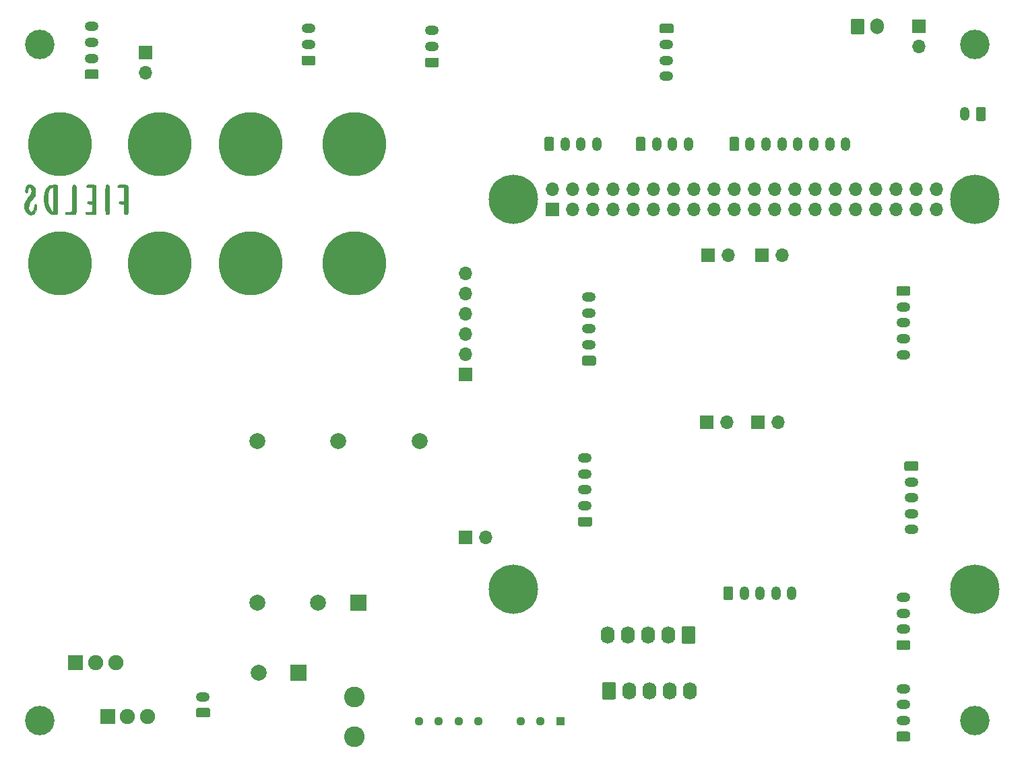
<source format=gbr>
G04 #@! TF.GenerationSoftware,KiCad,Pcbnew,5.1.5-52549c5~86~ubuntu18.04.1*
G04 #@! TF.CreationDate,2020-04-24T23:17:52-07:00*
G04 #@! TF.ProjectId,RPi_Hat,5250695f-4861-4742-9e6b-696361645f70,rev?*
G04 #@! TF.SameCoordinates,Original*
G04 #@! TF.FileFunction,Soldermask,Bot*
G04 #@! TF.FilePolarity,Negative*
%FSLAX46Y46*%
G04 Gerber Fmt 4.6, Leading zero omitted, Abs format (unit mm)*
G04 Created by KiCad (PCBNEW 5.1.5-52549c5~86~ubuntu18.04.1) date 2020-04-24 23:17:52*
%MOMM*%
%LPD*%
G04 APERTURE LIST*
%ADD10C,0.010000*%
%ADD11C,8.000000*%
%ADD12R,2.000000X2.000000*%
%ADD13C,2.000000*%
%ADD14C,2.600000*%
%ADD15O,1.750000X1.200000*%
%ADD16C,0.150000*%
%ADD17C,6.200000*%
%ADD18R,1.700000X1.700000*%
%ADD19O,1.700000X1.700000*%
%ADD20C,3.700000*%
%ADD21O,1.700000X2.000000*%
%ADD22O,1.740000X2.200000*%
%ADD23R,1.130000X1.130000*%
%ADD24C,1.130000*%
%ADD25O,1.200000X1.750000*%
%ADD26R,1.900000X1.900000*%
%ADD27C,1.900000*%
G04 APERTURE END LIST*
D10*
G36*
X51076962Y-62611129D02*
G01*
X51003435Y-62623322D01*
X50941255Y-62649687D01*
X50899510Y-62675386D01*
X50811615Y-62752526D01*
X50745099Y-62856712D01*
X50696989Y-62994776D01*
X50664314Y-63173550D01*
X50657545Y-63231658D01*
X50646074Y-63384552D01*
X50649999Y-63494680D01*
X50671240Y-63568259D01*
X50711714Y-63611503D01*
X50773341Y-63630628D01*
X50780987Y-63631477D01*
X50859594Y-63618103D01*
X50913102Y-63562178D01*
X50939490Y-63466407D01*
X50942000Y-63416098D01*
X50950032Y-63295249D01*
X50971559Y-63176352D01*
X51002734Y-63074812D01*
X51039706Y-63006034D01*
X51046280Y-62998720D01*
X51120460Y-62953343D01*
X51199837Y-62955462D01*
X51279277Y-63002833D01*
X51353650Y-63093211D01*
X51383529Y-63146188D01*
X51409224Y-63230735D01*
X51422332Y-63346066D01*
X51422330Y-63473617D01*
X51408696Y-63594825D01*
X51397540Y-63643928D01*
X51362182Y-63726863D01*
X51294412Y-63841922D01*
X51197179Y-63984761D01*
X51073432Y-64151033D01*
X50934426Y-64326217D01*
X50849802Y-64437277D01*
X50767141Y-64558062D01*
X50699153Y-64669509D01*
X50674572Y-64715900D01*
X50597463Y-64917147D01*
X50554884Y-65128783D01*
X50544893Y-65344028D01*
X50565546Y-65556105D01*
X50614899Y-65758234D01*
X50691010Y-65943637D01*
X50791935Y-66105535D01*
X50915731Y-66237151D01*
X51060455Y-66331706D01*
X51147398Y-66365199D01*
X51284213Y-66396393D01*
X51403668Y-66398787D01*
X51530187Y-66372476D01*
X51549052Y-66366757D01*
X51683932Y-66298949D01*
X51802768Y-66187946D01*
X51902561Y-66039653D01*
X51980310Y-65859973D01*
X52033017Y-65654808D01*
X52057682Y-65430061D01*
X52059159Y-65362901D01*
X52050848Y-65232062D01*
X52023583Y-65145335D01*
X51975104Y-65098854D01*
X51903148Y-65088751D01*
X51898990Y-65089122D01*
X51831089Y-65111616D01*
X51786271Y-65166977D01*
X51761872Y-65260589D01*
X51755175Y-65379974D01*
X51741795Y-65546200D01*
X51705184Y-65700569D01*
X51649417Y-65835546D01*
X51578568Y-65943593D01*
X51496713Y-66017173D01*
X51407925Y-66048749D01*
X51393277Y-66049400D01*
X51289379Y-66026871D01*
X51202756Y-65958358D01*
X51131726Y-65842470D01*
X51125293Y-65827937D01*
X51071218Y-65643523D01*
X51054741Y-65439524D01*
X51074953Y-65229490D01*
X51130945Y-65026969D01*
X51187359Y-64903447D01*
X51229350Y-64837560D01*
X51296877Y-64744437D01*
X51381757Y-64634839D01*
X51475808Y-64519526D01*
X51510368Y-64478649D01*
X51630642Y-64331666D01*
X51732407Y-64194970D01*
X51808867Y-64078028D01*
X51841629Y-64017400D01*
X51875799Y-63941981D01*
X51898216Y-63878553D01*
X51911293Y-63812858D01*
X51917445Y-63730636D01*
X51919084Y-63617628D01*
X51919016Y-63560200D01*
X51911214Y-63365115D01*
X51886462Y-63206929D01*
X51840763Y-63073416D01*
X51770120Y-62952355D01*
X51686444Y-62848963D01*
X51569029Y-62734050D01*
X51454902Y-62660141D01*
X51329949Y-62620515D01*
X51181446Y-62608454D01*
X51076962Y-62611129D01*
G37*
X51076962Y-62611129D02*
X51003435Y-62623322D01*
X50941255Y-62649687D01*
X50899510Y-62675386D01*
X50811615Y-62752526D01*
X50745099Y-62856712D01*
X50696989Y-62994776D01*
X50664314Y-63173550D01*
X50657545Y-63231658D01*
X50646074Y-63384552D01*
X50649999Y-63494680D01*
X50671240Y-63568259D01*
X50711714Y-63611503D01*
X50773341Y-63630628D01*
X50780987Y-63631477D01*
X50859594Y-63618103D01*
X50913102Y-63562178D01*
X50939490Y-63466407D01*
X50942000Y-63416098D01*
X50950032Y-63295249D01*
X50971559Y-63176352D01*
X51002734Y-63074812D01*
X51039706Y-63006034D01*
X51046280Y-62998720D01*
X51120460Y-62953343D01*
X51199837Y-62955462D01*
X51279277Y-63002833D01*
X51353650Y-63093211D01*
X51383529Y-63146188D01*
X51409224Y-63230735D01*
X51422332Y-63346066D01*
X51422330Y-63473617D01*
X51408696Y-63594825D01*
X51397540Y-63643928D01*
X51362182Y-63726863D01*
X51294412Y-63841922D01*
X51197179Y-63984761D01*
X51073432Y-64151033D01*
X50934426Y-64326217D01*
X50849802Y-64437277D01*
X50767141Y-64558062D01*
X50699153Y-64669509D01*
X50674572Y-64715900D01*
X50597463Y-64917147D01*
X50554884Y-65128783D01*
X50544893Y-65344028D01*
X50565546Y-65556105D01*
X50614899Y-65758234D01*
X50691010Y-65943637D01*
X50791935Y-66105535D01*
X50915731Y-66237151D01*
X51060455Y-66331706D01*
X51147398Y-66365199D01*
X51284213Y-66396393D01*
X51403668Y-66398787D01*
X51530187Y-66372476D01*
X51549052Y-66366757D01*
X51683932Y-66298949D01*
X51802768Y-66187946D01*
X51902561Y-66039653D01*
X51980310Y-65859973D01*
X52033017Y-65654808D01*
X52057682Y-65430061D01*
X52059159Y-65362901D01*
X52050848Y-65232062D01*
X52023583Y-65145335D01*
X51975104Y-65098854D01*
X51903148Y-65088751D01*
X51898990Y-65089122D01*
X51831089Y-65111616D01*
X51786271Y-65166977D01*
X51761872Y-65260589D01*
X51755175Y-65379974D01*
X51741795Y-65546200D01*
X51705184Y-65700569D01*
X51649417Y-65835546D01*
X51578568Y-65943593D01*
X51496713Y-66017173D01*
X51407925Y-66048749D01*
X51393277Y-66049400D01*
X51289379Y-66026871D01*
X51202756Y-65958358D01*
X51131726Y-65842470D01*
X51125293Y-65827937D01*
X51071218Y-65643523D01*
X51054741Y-65439524D01*
X51074953Y-65229490D01*
X51130945Y-65026969D01*
X51187359Y-64903447D01*
X51229350Y-64837560D01*
X51296877Y-64744437D01*
X51381757Y-64634839D01*
X51475808Y-64519526D01*
X51510368Y-64478649D01*
X51630642Y-64331666D01*
X51732407Y-64194970D01*
X51808867Y-64078028D01*
X51841629Y-64017400D01*
X51875799Y-63941981D01*
X51898216Y-63878553D01*
X51911293Y-63812858D01*
X51917445Y-63730636D01*
X51919084Y-63617628D01*
X51919016Y-63560200D01*
X51911214Y-63365115D01*
X51886462Y-63206929D01*
X51840763Y-63073416D01*
X51770120Y-62952355D01*
X51686444Y-62848963D01*
X51569029Y-62734050D01*
X51454902Y-62660141D01*
X51329949Y-62620515D01*
X51181446Y-62608454D01*
X51076962Y-62611129D01*
G36*
X62695563Y-62646385D02*
G01*
X62557570Y-62647618D01*
X62456842Y-62650416D01*
X62386614Y-62655306D01*
X62340120Y-62662816D01*
X62310593Y-62673474D01*
X62291269Y-62687808D01*
X62287037Y-62692250D01*
X62255645Y-62753407D01*
X62246229Y-62828690D01*
X62259638Y-62895367D01*
X62278479Y-62921364D01*
X62317097Y-62932875D01*
X62398868Y-62942907D01*
X62516153Y-62950793D01*
X62661310Y-62955868D01*
X62678529Y-62956224D01*
X63045100Y-62963300D01*
X63051780Y-63845950D01*
X63058459Y-64728600D01*
X62766615Y-64728600D01*
X62640646Y-64729141D01*
X62555579Y-64731974D01*
X62501519Y-64738913D01*
X62468572Y-64751772D01*
X62446842Y-64772366D01*
X62434927Y-64789410D01*
X62409472Y-64864671D01*
X62419531Y-64941554D01*
X62461471Y-65000104D01*
X62474852Y-65008669D01*
X62518707Y-65018998D01*
X62600309Y-65027210D01*
X62706616Y-65032276D01*
X62788148Y-65033400D01*
X63055234Y-65033400D01*
X63062867Y-65640386D01*
X63065793Y-65849123D01*
X63069937Y-66012596D01*
X63077145Y-66136337D01*
X63089266Y-66225878D01*
X63108144Y-66286750D01*
X63135629Y-66324486D01*
X63173566Y-66344617D01*
X63223803Y-66352676D01*
X63288187Y-66354194D01*
X63301194Y-66354200D01*
X63385691Y-66350252D01*
X63438581Y-66333895D01*
X63478742Y-66298356D01*
X63487757Y-66287274D01*
X63498101Y-66273248D01*
X63506993Y-66256935D01*
X63514543Y-66234621D01*
X63520860Y-66202594D01*
X63526054Y-66157142D01*
X63530235Y-66094550D01*
X63533514Y-66011106D01*
X63535998Y-65903097D01*
X63537800Y-65766810D01*
X63539028Y-65598532D01*
X63539792Y-65394550D01*
X63540202Y-65151151D01*
X63540369Y-64864622D01*
X63540400Y-64531250D01*
X63540400Y-64507604D01*
X63540321Y-64163085D01*
X63539970Y-63865756D01*
X63539178Y-63612006D01*
X63537776Y-63398226D01*
X63535595Y-63220806D01*
X63532465Y-63076134D01*
X63528218Y-62960602D01*
X63522683Y-62870599D01*
X63515693Y-62802515D01*
X63507077Y-62752740D01*
X63496667Y-62717664D01*
X63484293Y-62693676D01*
X63469786Y-62677167D01*
X63454048Y-62665238D01*
X63421363Y-62659722D01*
X63345702Y-62654817D01*
X63234888Y-62650780D01*
X63096744Y-62647872D01*
X62939092Y-62646349D01*
X62877587Y-62646188D01*
X62695563Y-62646385D01*
G37*
X62695563Y-62646385D02*
X62557570Y-62647618D01*
X62456842Y-62650416D01*
X62386614Y-62655306D01*
X62340120Y-62662816D01*
X62310593Y-62673474D01*
X62291269Y-62687808D01*
X62287037Y-62692250D01*
X62255645Y-62753407D01*
X62246229Y-62828690D01*
X62259638Y-62895367D01*
X62278479Y-62921364D01*
X62317097Y-62932875D01*
X62398868Y-62942907D01*
X62516153Y-62950793D01*
X62661310Y-62955868D01*
X62678529Y-62956224D01*
X63045100Y-62963300D01*
X63051780Y-63845950D01*
X63058459Y-64728600D01*
X62766615Y-64728600D01*
X62640646Y-64729141D01*
X62555579Y-64731974D01*
X62501519Y-64738913D01*
X62468572Y-64751772D01*
X62446842Y-64772366D01*
X62434927Y-64789410D01*
X62409472Y-64864671D01*
X62419531Y-64941554D01*
X62461471Y-65000104D01*
X62474852Y-65008669D01*
X62518707Y-65018998D01*
X62600309Y-65027210D01*
X62706616Y-65032276D01*
X62788148Y-65033400D01*
X63055234Y-65033400D01*
X63062867Y-65640386D01*
X63065793Y-65849123D01*
X63069937Y-66012596D01*
X63077145Y-66136337D01*
X63089266Y-66225878D01*
X63108144Y-66286750D01*
X63135629Y-66324486D01*
X63173566Y-66344617D01*
X63223803Y-66352676D01*
X63288187Y-66354194D01*
X63301194Y-66354200D01*
X63385691Y-66350252D01*
X63438581Y-66333895D01*
X63478742Y-66298356D01*
X63487757Y-66287274D01*
X63498101Y-66273248D01*
X63506993Y-66256935D01*
X63514543Y-66234621D01*
X63520860Y-66202594D01*
X63526054Y-66157142D01*
X63530235Y-66094550D01*
X63533514Y-66011106D01*
X63535998Y-65903097D01*
X63537800Y-65766810D01*
X63539028Y-65598532D01*
X63539792Y-65394550D01*
X63540202Y-65151151D01*
X63540369Y-64864622D01*
X63540400Y-64531250D01*
X63540400Y-64507604D01*
X63540321Y-64163085D01*
X63539970Y-63865756D01*
X63539178Y-63612006D01*
X63537776Y-63398226D01*
X63535595Y-63220806D01*
X63532465Y-63076134D01*
X63528218Y-62960602D01*
X63522683Y-62870599D01*
X63515693Y-62802515D01*
X63507077Y-62752740D01*
X63496667Y-62717664D01*
X63484293Y-62693676D01*
X63469786Y-62677167D01*
X63454048Y-62665238D01*
X63421363Y-62659722D01*
X63345702Y-62654817D01*
X63234888Y-62650780D01*
X63096744Y-62647872D01*
X62939092Y-62646349D01*
X62877587Y-62646188D01*
X62695563Y-62646385D01*
G36*
X60832129Y-62644707D02*
G01*
X60806033Y-62652925D01*
X60784336Y-62671103D01*
X60766637Y-62702640D01*
X60752532Y-62750938D01*
X60741620Y-62819397D01*
X60733499Y-62911417D01*
X60727767Y-63030400D01*
X60724020Y-63179746D01*
X60721857Y-63362855D01*
X60720876Y-63583129D01*
X60720674Y-63843968D01*
X60720850Y-64148772D01*
X60721000Y-64500942D01*
X60721000Y-64504413D01*
X60720837Y-64856264D01*
X60720623Y-65160724D01*
X60720771Y-65421197D01*
X60721693Y-65641089D01*
X60723802Y-65823807D01*
X60727512Y-65972755D01*
X60733236Y-66091340D01*
X60741385Y-66182967D01*
X60752374Y-66251043D01*
X60766615Y-66298972D01*
X60784520Y-66330161D01*
X60806503Y-66348016D01*
X60832977Y-66355941D01*
X60864354Y-66357344D01*
X60901047Y-66355629D01*
X60943470Y-66354202D01*
X60945251Y-66354200D01*
X61041152Y-66347073D01*
X61104054Y-66322686D01*
X61127400Y-66303400D01*
X61137279Y-66292422D01*
X61145786Y-66278262D01*
X61153024Y-66257285D01*
X61159097Y-66225857D01*
X61164105Y-66180344D01*
X61168152Y-66117112D01*
X61171340Y-66032526D01*
X61173771Y-65922953D01*
X61175548Y-65784757D01*
X61176773Y-65614306D01*
X61177548Y-65407964D01*
X61177976Y-65162098D01*
X61178160Y-64873073D01*
X61178200Y-64537255D01*
X61178200Y-64500000D01*
X61178169Y-64159174D01*
X61178005Y-63865514D01*
X61177607Y-63615386D01*
X61176872Y-63405155D01*
X61175698Y-63231188D01*
X61173982Y-63089850D01*
X61171623Y-62977506D01*
X61168517Y-62890523D01*
X61164563Y-62825267D01*
X61159658Y-62778103D01*
X61153699Y-62745397D01*
X61146585Y-62723515D01*
X61138213Y-62708822D01*
X61128480Y-62697685D01*
X61127400Y-62696600D01*
X61076770Y-62663083D01*
X61002401Y-62647923D01*
X60940837Y-62645800D01*
X60899129Y-62644545D01*
X60863027Y-62643047D01*
X60832129Y-62644707D01*
G37*
X60832129Y-62644707D02*
X60806033Y-62652925D01*
X60784336Y-62671103D01*
X60766637Y-62702640D01*
X60752532Y-62750938D01*
X60741620Y-62819397D01*
X60733499Y-62911417D01*
X60727767Y-63030400D01*
X60724020Y-63179746D01*
X60721857Y-63362855D01*
X60720876Y-63583129D01*
X60720674Y-63843968D01*
X60720850Y-64148772D01*
X60721000Y-64500942D01*
X60721000Y-64504413D01*
X60720837Y-64856264D01*
X60720623Y-65160724D01*
X60720771Y-65421197D01*
X60721693Y-65641089D01*
X60723802Y-65823807D01*
X60727512Y-65972755D01*
X60733236Y-66091340D01*
X60741385Y-66182967D01*
X60752374Y-66251043D01*
X60766615Y-66298972D01*
X60784520Y-66330161D01*
X60806503Y-66348016D01*
X60832977Y-66355941D01*
X60864354Y-66357344D01*
X60901047Y-66355629D01*
X60943470Y-66354202D01*
X60945251Y-66354200D01*
X61041152Y-66347073D01*
X61104054Y-66322686D01*
X61127400Y-66303400D01*
X61137279Y-66292422D01*
X61145786Y-66278262D01*
X61153024Y-66257285D01*
X61159097Y-66225857D01*
X61164105Y-66180344D01*
X61168152Y-66117112D01*
X61171340Y-66032526D01*
X61173771Y-65922953D01*
X61175548Y-65784757D01*
X61176773Y-65614306D01*
X61177548Y-65407964D01*
X61177976Y-65162098D01*
X61178160Y-64873073D01*
X61178200Y-64537255D01*
X61178200Y-64500000D01*
X61178169Y-64159174D01*
X61178005Y-63865514D01*
X61177607Y-63615386D01*
X61176872Y-63405155D01*
X61175698Y-63231188D01*
X61173982Y-63089850D01*
X61171623Y-62977506D01*
X61168517Y-62890523D01*
X61164563Y-62825267D01*
X61159658Y-62778103D01*
X61153699Y-62745397D01*
X61146585Y-62723515D01*
X61138213Y-62708822D01*
X61128480Y-62697685D01*
X61127400Y-62696600D01*
X61076770Y-62663083D01*
X61002401Y-62647923D01*
X60940837Y-62645800D01*
X60899129Y-62644545D01*
X60863027Y-62643047D01*
X60832129Y-62644707D01*
G36*
X58743782Y-62646106D02*
G01*
X58613526Y-62647464D01*
X58519597Y-62650532D01*
X58454757Y-62655967D01*
X58411772Y-62664427D01*
X58383405Y-62676569D01*
X58362420Y-62693053D01*
X58358800Y-62696600D01*
X58314139Y-62766773D01*
X58318979Y-62841756D01*
X58347541Y-62894148D01*
X58367138Y-62917736D01*
X58393098Y-62933650D01*
X58434848Y-62943391D01*
X58501815Y-62948459D01*
X58603429Y-62950356D01*
X58702247Y-62950600D01*
X58834780Y-62951258D01*
X58925524Y-62954108D01*
X58983479Y-62960461D01*
X59017648Y-62971627D01*
X59037034Y-62988918D01*
X59044055Y-63000381D01*
X59052293Y-63042828D01*
X59058539Y-63134999D01*
X59062768Y-63275853D01*
X59064957Y-63464353D01*
X59065084Y-63699458D01*
X59063999Y-63883031D01*
X59057300Y-64715900D01*
X58790600Y-64722573D01*
X58668481Y-64726716D01*
X58586539Y-64733215D01*
X58534152Y-64744116D01*
X58500700Y-64761467D01*
X58479450Y-64782537D01*
X58439193Y-64858934D01*
X58449156Y-64934709D01*
X58470967Y-64971395D01*
X58494216Y-64994019D01*
X58531567Y-65009762D01*
X58592903Y-65020594D01*
X58688109Y-65028484D01*
X58782117Y-65033400D01*
X59057300Y-65046100D01*
X59064239Y-65497520D01*
X59065384Y-65678462D01*
X59062883Y-65824004D01*
X59056920Y-65929505D01*
X59047679Y-65990328D01*
X59044295Y-65999170D01*
X59030119Y-66018993D01*
X59006858Y-66032802D01*
X58966183Y-66041672D01*
X58899764Y-66046678D01*
X58799271Y-66048896D01*
X58656377Y-66049399D01*
X58655087Y-66049400D01*
X58499351Y-66050390D01*
X58387268Y-66054974D01*
X58311704Y-66065565D01*
X58265527Y-66084579D01*
X58241602Y-66114433D01*
X58232796Y-66157541D01*
X58231800Y-66192739D01*
X58234775Y-66242219D01*
X58247538Y-66280449D01*
X58275845Y-66308860D01*
X58325453Y-66328888D01*
X58402121Y-66341965D01*
X58511606Y-66349524D01*
X58659664Y-66352999D01*
X58852052Y-66353822D01*
X58878802Y-66353811D01*
X59039484Y-66352841D01*
X59183492Y-66350352D01*
X59302885Y-66346615D01*
X59389721Y-66341898D01*
X59436058Y-66336470D01*
X59440848Y-66334761D01*
X59457445Y-66322054D01*
X59471769Y-66305295D01*
X59483989Y-66280890D01*
X59494270Y-66245246D01*
X59502779Y-66194771D01*
X59509684Y-66125870D01*
X59515152Y-66034952D01*
X59519349Y-65918424D01*
X59522443Y-65772691D01*
X59524600Y-65594162D01*
X59525987Y-65379244D01*
X59526772Y-65124342D01*
X59527121Y-64825865D01*
X59527200Y-64480220D01*
X59527200Y-64476269D01*
X59527168Y-64137918D01*
X59527000Y-63846706D01*
X59526593Y-63598974D01*
X59525842Y-63391060D01*
X59524643Y-63219303D01*
X59522891Y-63080045D01*
X59520481Y-62969623D01*
X59517310Y-62884379D01*
X59513272Y-62820650D01*
X59508263Y-62774776D01*
X59502180Y-62743098D01*
X59494916Y-62721955D01*
X59486368Y-62707686D01*
X59476431Y-62696630D01*
X59476400Y-62696600D01*
X59455984Y-62679248D01*
X59429513Y-62666359D01*
X59389751Y-62657272D01*
X59329462Y-62651332D01*
X59241410Y-62647879D01*
X59118359Y-62646257D01*
X58953073Y-62645807D01*
X58917600Y-62645800D01*
X58743782Y-62646106D01*
G37*
X58743782Y-62646106D02*
X58613526Y-62647464D01*
X58519597Y-62650532D01*
X58454757Y-62655967D01*
X58411772Y-62664427D01*
X58383405Y-62676569D01*
X58362420Y-62693053D01*
X58358800Y-62696600D01*
X58314139Y-62766773D01*
X58318979Y-62841756D01*
X58347541Y-62894148D01*
X58367138Y-62917736D01*
X58393098Y-62933650D01*
X58434848Y-62943391D01*
X58501815Y-62948459D01*
X58603429Y-62950356D01*
X58702247Y-62950600D01*
X58834780Y-62951258D01*
X58925524Y-62954108D01*
X58983479Y-62960461D01*
X59017648Y-62971627D01*
X59037034Y-62988918D01*
X59044055Y-63000381D01*
X59052293Y-63042828D01*
X59058539Y-63134999D01*
X59062768Y-63275853D01*
X59064957Y-63464353D01*
X59065084Y-63699458D01*
X59063999Y-63883031D01*
X59057300Y-64715900D01*
X58790600Y-64722573D01*
X58668481Y-64726716D01*
X58586539Y-64733215D01*
X58534152Y-64744116D01*
X58500700Y-64761467D01*
X58479450Y-64782537D01*
X58439193Y-64858934D01*
X58449156Y-64934709D01*
X58470967Y-64971395D01*
X58494216Y-64994019D01*
X58531567Y-65009762D01*
X58592903Y-65020594D01*
X58688109Y-65028484D01*
X58782117Y-65033400D01*
X59057300Y-65046100D01*
X59064239Y-65497520D01*
X59065384Y-65678462D01*
X59062883Y-65824004D01*
X59056920Y-65929505D01*
X59047679Y-65990328D01*
X59044295Y-65999170D01*
X59030119Y-66018993D01*
X59006858Y-66032802D01*
X58966183Y-66041672D01*
X58899764Y-66046678D01*
X58799271Y-66048896D01*
X58656377Y-66049399D01*
X58655087Y-66049400D01*
X58499351Y-66050390D01*
X58387268Y-66054974D01*
X58311704Y-66065565D01*
X58265527Y-66084579D01*
X58241602Y-66114433D01*
X58232796Y-66157541D01*
X58231800Y-66192739D01*
X58234775Y-66242219D01*
X58247538Y-66280449D01*
X58275845Y-66308860D01*
X58325453Y-66328888D01*
X58402121Y-66341965D01*
X58511606Y-66349524D01*
X58659664Y-66352999D01*
X58852052Y-66353822D01*
X58878802Y-66353811D01*
X59039484Y-66352841D01*
X59183492Y-66350352D01*
X59302885Y-66346615D01*
X59389721Y-66341898D01*
X59436058Y-66336470D01*
X59440848Y-66334761D01*
X59457445Y-66322054D01*
X59471769Y-66305295D01*
X59483989Y-66280890D01*
X59494270Y-66245246D01*
X59502779Y-66194771D01*
X59509684Y-66125870D01*
X59515152Y-66034952D01*
X59519349Y-65918424D01*
X59522443Y-65772691D01*
X59524600Y-65594162D01*
X59525987Y-65379244D01*
X59526772Y-65124342D01*
X59527121Y-64825865D01*
X59527200Y-64480220D01*
X59527200Y-64476269D01*
X59527168Y-64137918D01*
X59527000Y-63846706D01*
X59526593Y-63598974D01*
X59525842Y-63391060D01*
X59524643Y-63219303D01*
X59522891Y-63080045D01*
X59520481Y-62969623D01*
X59517310Y-62884379D01*
X59513272Y-62820650D01*
X59508263Y-62774776D01*
X59502180Y-62743098D01*
X59494916Y-62721955D01*
X59486368Y-62707686D01*
X59476431Y-62696630D01*
X59476400Y-62696600D01*
X59455984Y-62679248D01*
X59429513Y-62666359D01*
X59389751Y-62657272D01*
X59329462Y-62651332D01*
X59241410Y-62647879D01*
X59118359Y-62646257D01*
X58953073Y-62645807D01*
X58917600Y-62645800D01*
X58743782Y-62646106D01*
G36*
X56713138Y-62649032D02*
G01*
X56633751Y-62671858D01*
X56617405Y-62681844D01*
X56607556Y-62690522D01*
X56599068Y-62703566D01*
X56591806Y-62724679D01*
X56585635Y-62757567D01*
X56580418Y-62805934D01*
X56576021Y-62873486D01*
X56572308Y-62963929D01*
X56569144Y-63080965D01*
X56566393Y-63228302D01*
X56563919Y-63409643D01*
X56561587Y-63628693D01*
X56559262Y-63889158D01*
X56556808Y-64194743D01*
X56555400Y-64377294D01*
X56542700Y-66036700D01*
X56149000Y-66043445D01*
X55986240Y-66047187D01*
X55867410Y-66053621D01*
X55785642Y-66065172D01*
X55734067Y-66084263D01*
X55705817Y-66113321D01*
X55694022Y-66154769D01*
X55691800Y-66204840D01*
X55693855Y-66250421D01*
X55703873Y-66285652D01*
X55727640Y-66311861D01*
X55770939Y-66330379D01*
X55839554Y-66342537D01*
X55939270Y-66349663D01*
X56075869Y-66353089D01*
X56255137Y-66354143D01*
X56341315Y-66354200D01*
X56526439Y-66353953D01*
X56667527Y-66352846D01*
X56771339Y-66350325D01*
X56844638Y-66345835D01*
X56894185Y-66338823D01*
X56926742Y-66328735D01*
X56949072Y-66315019D01*
X56961800Y-66303400D01*
X56971679Y-66292422D01*
X56980186Y-66278262D01*
X56987424Y-66257285D01*
X56993497Y-66225857D01*
X56998505Y-66180344D01*
X57002552Y-66117112D01*
X57005740Y-66032526D01*
X57008171Y-65922953D01*
X57009948Y-65784757D01*
X57011173Y-65614306D01*
X57011948Y-65407964D01*
X57012376Y-65162098D01*
X57012560Y-64873073D01*
X57012600Y-64537255D01*
X57012600Y-64500000D01*
X57012569Y-64159174D01*
X57012405Y-63865514D01*
X57012007Y-63615386D01*
X57011272Y-63405155D01*
X57010098Y-63231188D01*
X57008382Y-63089850D01*
X57006023Y-62977506D01*
X57002917Y-62890523D01*
X56998963Y-62825267D01*
X56994058Y-62778103D01*
X56988099Y-62745397D01*
X56980985Y-62723515D01*
X56972613Y-62708822D01*
X56962880Y-62697685D01*
X56961800Y-62696600D01*
X56898396Y-62662313D01*
X56808431Y-62646154D01*
X56713138Y-62649032D01*
G37*
X56713138Y-62649032D02*
X56633751Y-62671858D01*
X56617405Y-62681844D01*
X56607556Y-62690522D01*
X56599068Y-62703566D01*
X56591806Y-62724679D01*
X56585635Y-62757567D01*
X56580418Y-62805934D01*
X56576021Y-62873486D01*
X56572308Y-62963929D01*
X56569144Y-63080965D01*
X56566393Y-63228302D01*
X56563919Y-63409643D01*
X56561587Y-63628693D01*
X56559262Y-63889158D01*
X56556808Y-64194743D01*
X56555400Y-64377294D01*
X56542700Y-66036700D01*
X56149000Y-66043445D01*
X55986240Y-66047187D01*
X55867410Y-66053621D01*
X55785642Y-66065172D01*
X55734067Y-66084263D01*
X55705817Y-66113321D01*
X55694022Y-66154769D01*
X55691800Y-66204840D01*
X55693855Y-66250421D01*
X55703873Y-66285652D01*
X55727640Y-66311861D01*
X55770939Y-66330379D01*
X55839554Y-66342537D01*
X55939270Y-66349663D01*
X56075869Y-66353089D01*
X56255137Y-66354143D01*
X56341315Y-66354200D01*
X56526439Y-66353953D01*
X56667527Y-66352846D01*
X56771339Y-66350325D01*
X56844638Y-66345835D01*
X56894185Y-66338823D01*
X56926742Y-66328735D01*
X56949072Y-66315019D01*
X56961800Y-66303400D01*
X56971679Y-66292422D01*
X56980186Y-66278262D01*
X56987424Y-66257285D01*
X56993497Y-66225857D01*
X56998505Y-66180344D01*
X57002552Y-66117112D01*
X57005740Y-66032526D01*
X57008171Y-65922953D01*
X57009948Y-65784757D01*
X57011173Y-65614306D01*
X57011948Y-65407964D01*
X57012376Y-65162098D01*
X57012560Y-64873073D01*
X57012600Y-64537255D01*
X57012600Y-64500000D01*
X57012569Y-64159174D01*
X57012405Y-63865514D01*
X57012007Y-63615386D01*
X57011272Y-63405155D01*
X57010098Y-63231188D01*
X57008382Y-63089850D01*
X57006023Y-62977506D01*
X57002917Y-62890523D01*
X56998963Y-62825267D01*
X56994058Y-62778103D01*
X56988099Y-62745397D01*
X56980985Y-62723515D01*
X56972613Y-62708822D01*
X56962880Y-62697685D01*
X56961800Y-62696600D01*
X56898396Y-62662313D01*
X56808431Y-62646154D01*
X56713138Y-62649032D01*
G36*
X54207187Y-62650523D02*
G01*
X54193200Y-62650862D01*
X54044588Y-62655273D01*
X53935458Y-62661136D01*
X53854493Y-62670147D01*
X53790378Y-62683997D01*
X53731795Y-62704382D01*
X53678345Y-62727902D01*
X53500877Y-62838117D01*
X53347679Y-62992905D01*
X53218815Y-63192178D01*
X53114348Y-63435846D01*
X53070235Y-63578083D01*
X53051744Y-63650447D01*
X53037834Y-63721372D01*
X53027841Y-63799780D01*
X53021100Y-63894593D01*
X53016945Y-64014733D01*
X53014712Y-64169123D01*
X53013826Y-64334900D01*
X53013966Y-64533469D01*
X53016119Y-64690273D01*
X53020826Y-64814322D01*
X53028629Y-64914630D01*
X53040066Y-65000208D01*
X53055678Y-65080069D01*
X53059525Y-65096900D01*
X53148254Y-65401368D01*
X53262806Y-65667253D01*
X53402001Y-65892784D01*
X53564654Y-66076189D01*
X53749584Y-66215698D01*
X53837600Y-66262669D01*
X53918152Y-66298288D01*
X53989506Y-66321874D01*
X54067112Y-66336447D01*
X54166419Y-66345026D01*
X54284548Y-66350034D01*
X54566396Y-66359434D01*
X54621605Y-66289247D01*
X54676815Y-66219059D01*
X54676051Y-66024000D01*
X54193597Y-66024000D01*
X54140087Y-66024000D01*
X54081449Y-66013249D01*
X54008782Y-65986958D01*
X53999936Y-65982885D01*
X53887957Y-65903109D01*
X53787225Y-65777963D01*
X53698943Y-65611878D01*
X53624309Y-65409281D01*
X53564525Y-65174599D01*
X53520792Y-64912262D01*
X53494309Y-64626698D01*
X53486278Y-64322333D01*
X53491871Y-64108969D01*
X53512671Y-63821307D01*
X53546585Y-63580420D01*
X53594916Y-63383675D01*
X53658969Y-63228438D01*
X53740046Y-63112077D01*
X53839454Y-63031958D01*
X53958494Y-62985447D01*
X54055180Y-62971413D01*
X54180500Y-62963300D01*
X54187049Y-64493650D01*
X54193597Y-66024000D01*
X54676051Y-66024000D01*
X54669958Y-64468474D01*
X54668592Y-64127891D01*
X54667279Y-63834498D01*
X54665903Y-63584685D01*
X54664348Y-63374842D01*
X54662496Y-63201359D01*
X54660233Y-63060627D01*
X54657440Y-62949035D01*
X54654003Y-62862974D01*
X54649804Y-62798834D01*
X54644728Y-62753004D01*
X54638657Y-62721876D01*
X54631476Y-62701838D01*
X54623068Y-62689283D01*
X54613317Y-62680598D01*
X54612300Y-62679831D01*
X54582145Y-62664486D01*
X54534762Y-62654450D01*
X54461945Y-62649156D01*
X54355489Y-62648036D01*
X54207187Y-62650523D01*
G37*
X54207187Y-62650523D02*
X54193200Y-62650862D01*
X54044588Y-62655273D01*
X53935458Y-62661136D01*
X53854493Y-62670147D01*
X53790378Y-62683997D01*
X53731795Y-62704382D01*
X53678345Y-62727902D01*
X53500877Y-62838117D01*
X53347679Y-62992905D01*
X53218815Y-63192178D01*
X53114348Y-63435846D01*
X53070235Y-63578083D01*
X53051744Y-63650447D01*
X53037834Y-63721372D01*
X53027841Y-63799780D01*
X53021100Y-63894593D01*
X53016945Y-64014733D01*
X53014712Y-64169123D01*
X53013826Y-64334900D01*
X53013966Y-64533469D01*
X53016119Y-64690273D01*
X53020826Y-64814322D01*
X53028629Y-64914630D01*
X53040066Y-65000208D01*
X53055678Y-65080069D01*
X53059525Y-65096900D01*
X53148254Y-65401368D01*
X53262806Y-65667253D01*
X53402001Y-65892784D01*
X53564654Y-66076189D01*
X53749584Y-66215698D01*
X53837600Y-66262669D01*
X53918152Y-66298288D01*
X53989506Y-66321874D01*
X54067112Y-66336447D01*
X54166419Y-66345026D01*
X54284548Y-66350034D01*
X54566396Y-66359434D01*
X54621605Y-66289247D01*
X54676815Y-66219059D01*
X54676051Y-66024000D01*
X54193597Y-66024000D01*
X54140087Y-66024000D01*
X54081449Y-66013249D01*
X54008782Y-65986958D01*
X53999936Y-65982885D01*
X53887957Y-65903109D01*
X53787225Y-65777963D01*
X53698943Y-65611878D01*
X53624309Y-65409281D01*
X53564525Y-65174599D01*
X53520792Y-64912262D01*
X53494309Y-64626698D01*
X53486278Y-64322333D01*
X53491871Y-64108969D01*
X53512671Y-63821307D01*
X53546585Y-63580420D01*
X53594916Y-63383675D01*
X53658969Y-63228438D01*
X53740046Y-63112077D01*
X53839454Y-63031958D01*
X53958494Y-62985447D01*
X54055180Y-62971413D01*
X54180500Y-62963300D01*
X54187049Y-64493650D01*
X54193597Y-66024000D01*
X54676051Y-66024000D01*
X54669958Y-64468474D01*
X54668592Y-64127891D01*
X54667279Y-63834498D01*
X54665903Y-63584685D01*
X54664348Y-63374842D01*
X54662496Y-63201359D01*
X54660233Y-63060627D01*
X54657440Y-62949035D01*
X54654003Y-62862974D01*
X54649804Y-62798834D01*
X54644728Y-62753004D01*
X54638657Y-62721876D01*
X54631476Y-62701838D01*
X54623068Y-62689283D01*
X54613317Y-62680598D01*
X54612300Y-62679831D01*
X54582145Y-62664486D01*
X54534762Y-62654450D01*
X54461945Y-62649156D01*
X54355489Y-62648036D01*
X54207187Y-62650523D01*
D11*
X79000000Y-72500000D03*
X79000000Y-57500000D03*
X67500000Y-72500000D03*
X67500000Y-57500000D03*
X92000000Y-72500000D03*
X92000000Y-57500000D03*
X55000000Y-72500000D03*
X55000000Y-57500000D03*
D12*
X92500000Y-115150000D03*
D13*
X87400000Y-115150000D03*
X100200000Y-94850000D03*
X90000000Y-94850000D03*
X79800000Y-94850000D03*
X79800000Y-115150000D03*
D14*
X92000000Y-127000000D03*
X92000000Y-132000000D03*
D15*
X121500000Y-76750000D03*
X121500000Y-78750000D03*
X121500000Y-80750000D03*
X121500000Y-82750000D03*
D16*
G36*
X122149505Y-84151204D02*
G01*
X122173773Y-84154804D01*
X122197572Y-84160765D01*
X122220671Y-84169030D01*
X122242850Y-84179520D01*
X122263893Y-84192132D01*
X122283599Y-84206747D01*
X122301777Y-84223223D01*
X122318253Y-84241401D01*
X122332868Y-84261107D01*
X122345480Y-84282150D01*
X122355970Y-84304329D01*
X122364235Y-84327428D01*
X122370196Y-84351227D01*
X122373796Y-84375495D01*
X122375000Y-84399999D01*
X122375000Y-85100001D01*
X122373796Y-85124505D01*
X122370196Y-85148773D01*
X122364235Y-85172572D01*
X122355970Y-85195671D01*
X122345480Y-85217850D01*
X122332868Y-85238893D01*
X122318253Y-85258599D01*
X122301777Y-85276777D01*
X122283599Y-85293253D01*
X122263893Y-85307868D01*
X122242850Y-85320480D01*
X122220671Y-85330970D01*
X122197572Y-85339235D01*
X122173773Y-85345196D01*
X122149505Y-85348796D01*
X122125001Y-85350000D01*
X120874999Y-85350000D01*
X120850495Y-85348796D01*
X120826227Y-85345196D01*
X120802428Y-85339235D01*
X120779329Y-85330970D01*
X120757150Y-85320480D01*
X120736107Y-85307868D01*
X120716401Y-85293253D01*
X120698223Y-85276777D01*
X120681747Y-85258599D01*
X120667132Y-85238893D01*
X120654520Y-85217850D01*
X120644030Y-85195671D01*
X120635765Y-85172572D01*
X120629804Y-85148773D01*
X120626204Y-85124505D01*
X120625000Y-85100001D01*
X120625000Y-84399999D01*
X120626204Y-84375495D01*
X120629804Y-84351227D01*
X120635765Y-84327428D01*
X120644030Y-84304329D01*
X120654520Y-84282150D01*
X120667132Y-84261107D01*
X120681747Y-84241401D01*
X120698223Y-84223223D01*
X120716401Y-84206747D01*
X120736107Y-84192132D01*
X120757150Y-84179520D01*
X120779329Y-84169030D01*
X120802428Y-84160765D01*
X120826227Y-84154804D01*
X120850495Y-84151204D01*
X120874999Y-84150000D01*
X122125001Y-84150000D01*
X122149505Y-84151204D01*
G37*
D17*
X170000000Y-64500000D03*
X170000000Y-113500000D03*
X112000000Y-113500000D03*
X112000000Y-64500000D03*
D18*
X116880000Y-65760000D03*
D19*
X116880000Y-63220000D03*
X119420000Y-65760000D03*
X119420000Y-63220000D03*
X121960000Y-65760000D03*
X121960000Y-63220000D03*
X124500000Y-65760000D03*
X124500000Y-63220000D03*
X127040000Y-65760000D03*
X127040000Y-63220000D03*
X129580000Y-65760000D03*
X129580000Y-63220000D03*
X132120000Y-65760000D03*
X132120000Y-63220000D03*
X134660000Y-65760000D03*
X134660000Y-63220000D03*
X137200000Y-65760000D03*
X137200000Y-63220000D03*
X139740000Y-65760000D03*
X139740000Y-63220000D03*
X142280000Y-65760000D03*
X142280000Y-63220000D03*
X144820000Y-65760000D03*
X144820000Y-63220000D03*
X147360000Y-65760000D03*
X147360000Y-63220000D03*
X149900000Y-65760000D03*
X149900000Y-63220000D03*
X152440000Y-65760000D03*
X152440000Y-63220000D03*
X154980000Y-65760000D03*
X154980000Y-63220000D03*
X157520000Y-65760000D03*
X157520000Y-63220000D03*
X160060000Y-65760000D03*
X160060000Y-63220000D03*
X162600000Y-65760000D03*
X162600000Y-63220000D03*
X165140000Y-65760000D03*
X165140000Y-63220000D03*
X139040000Y-71500000D03*
D18*
X136500000Y-71500000D03*
X143250000Y-71500000D03*
D19*
X145790000Y-71500000D03*
D16*
G36*
X161649505Y-75401204D02*
G01*
X161673773Y-75404804D01*
X161697572Y-75410765D01*
X161720671Y-75419030D01*
X161742850Y-75429520D01*
X161763893Y-75442132D01*
X161783599Y-75456747D01*
X161801777Y-75473223D01*
X161818253Y-75491401D01*
X161832868Y-75511107D01*
X161845480Y-75532150D01*
X161855970Y-75554329D01*
X161864235Y-75577428D01*
X161870196Y-75601227D01*
X161873796Y-75625495D01*
X161875000Y-75649999D01*
X161875000Y-76350001D01*
X161873796Y-76374505D01*
X161870196Y-76398773D01*
X161864235Y-76422572D01*
X161855970Y-76445671D01*
X161845480Y-76467850D01*
X161832868Y-76488893D01*
X161818253Y-76508599D01*
X161801777Y-76526777D01*
X161783599Y-76543253D01*
X161763893Y-76557868D01*
X161742850Y-76570480D01*
X161720671Y-76580970D01*
X161697572Y-76589235D01*
X161673773Y-76595196D01*
X161649505Y-76598796D01*
X161625001Y-76600000D01*
X160374999Y-76600000D01*
X160350495Y-76598796D01*
X160326227Y-76595196D01*
X160302428Y-76589235D01*
X160279329Y-76580970D01*
X160257150Y-76570480D01*
X160236107Y-76557868D01*
X160216401Y-76543253D01*
X160198223Y-76526777D01*
X160181747Y-76508599D01*
X160167132Y-76488893D01*
X160154520Y-76467850D01*
X160144030Y-76445671D01*
X160135765Y-76422572D01*
X160129804Y-76398773D01*
X160126204Y-76374505D01*
X160125000Y-76350001D01*
X160125000Y-75649999D01*
X160126204Y-75625495D01*
X160129804Y-75601227D01*
X160135765Y-75577428D01*
X160144030Y-75554329D01*
X160154520Y-75532150D01*
X160167132Y-75511107D01*
X160181747Y-75491401D01*
X160198223Y-75473223D01*
X160216401Y-75456747D01*
X160236107Y-75442132D01*
X160257150Y-75429520D01*
X160279329Y-75419030D01*
X160302428Y-75410765D01*
X160326227Y-75404804D01*
X160350495Y-75401204D01*
X160374999Y-75400000D01*
X161625001Y-75400000D01*
X161649505Y-75401204D01*
G37*
D15*
X161000000Y-78000000D03*
X161000000Y-80000000D03*
X161000000Y-82000000D03*
X161000000Y-84000000D03*
D16*
G36*
X131899505Y-42401204D02*
G01*
X131923773Y-42404804D01*
X131947572Y-42410765D01*
X131970671Y-42419030D01*
X131992850Y-42429520D01*
X132013893Y-42442132D01*
X132033599Y-42456747D01*
X132051777Y-42473223D01*
X132068253Y-42491401D01*
X132082868Y-42511107D01*
X132095480Y-42532150D01*
X132105970Y-42554329D01*
X132114235Y-42577428D01*
X132120196Y-42601227D01*
X132123796Y-42625495D01*
X132125000Y-42649999D01*
X132125000Y-43350001D01*
X132123796Y-43374505D01*
X132120196Y-43398773D01*
X132114235Y-43422572D01*
X132105970Y-43445671D01*
X132095480Y-43467850D01*
X132082868Y-43488893D01*
X132068253Y-43508599D01*
X132051777Y-43526777D01*
X132033599Y-43543253D01*
X132013893Y-43557868D01*
X131992850Y-43570480D01*
X131970671Y-43580970D01*
X131947572Y-43589235D01*
X131923773Y-43595196D01*
X131899505Y-43598796D01*
X131875001Y-43600000D01*
X130624999Y-43600000D01*
X130600495Y-43598796D01*
X130576227Y-43595196D01*
X130552428Y-43589235D01*
X130529329Y-43580970D01*
X130507150Y-43570480D01*
X130486107Y-43557868D01*
X130466401Y-43543253D01*
X130448223Y-43526777D01*
X130431747Y-43508599D01*
X130417132Y-43488893D01*
X130404520Y-43467850D01*
X130394030Y-43445671D01*
X130385765Y-43422572D01*
X130379804Y-43398773D01*
X130376204Y-43374505D01*
X130375000Y-43350001D01*
X130375000Y-42649999D01*
X130376204Y-42625495D01*
X130379804Y-42601227D01*
X130385765Y-42577428D01*
X130394030Y-42554329D01*
X130404520Y-42532150D01*
X130417132Y-42511107D01*
X130431747Y-42491401D01*
X130448223Y-42473223D01*
X130466401Y-42456747D01*
X130486107Y-42442132D01*
X130507150Y-42429520D01*
X130529329Y-42419030D01*
X130552428Y-42410765D01*
X130576227Y-42404804D01*
X130600495Y-42401204D01*
X130624999Y-42400000D01*
X131875001Y-42400000D01*
X131899505Y-42401204D01*
G37*
D15*
X131250000Y-45000000D03*
X131250000Y-47000000D03*
X131250000Y-49000000D03*
X162000000Y-106000000D03*
X162000000Y-104000000D03*
X162000000Y-102000000D03*
X162000000Y-100000000D03*
D16*
G36*
X162649505Y-97401204D02*
G01*
X162673773Y-97404804D01*
X162697572Y-97410765D01*
X162720671Y-97419030D01*
X162742850Y-97429520D01*
X162763893Y-97442132D01*
X162783599Y-97456747D01*
X162801777Y-97473223D01*
X162818253Y-97491401D01*
X162832868Y-97511107D01*
X162845480Y-97532150D01*
X162855970Y-97554329D01*
X162864235Y-97577428D01*
X162870196Y-97601227D01*
X162873796Y-97625495D01*
X162875000Y-97649999D01*
X162875000Y-98350001D01*
X162873796Y-98374505D01*
X162870196Y-98398773D01*
X162864235Y-98422572D01*
X162855970Y-98445671D01*
X162845480Y-98467850D01*
X162832868Y-98488893D01*
X162818253Y-98508599D01*
X162801777Y-98526777D01*
X162783599Y-98543253D01*
X162763893Y-98557868D01*
X162742850Y-98570480D01*
X162720671Y-98580970D01*
X162697572Y-98589235D01*
X162673773Y-98595196D01*
X162649505Y-98598796D01*
X162625001Y-98600000D01*
X161374999Y-98600000D01*
X161350495Y-98598796D01*
X161326227Y-98595196D01*
X161302428Y-98589235D01*
X161279329Y-98580970D01*
X161257150Y-98570480D01*
X161236107Y-98557868D01*
X161216401Y-98543253D01*
X161198223Y-98526777D01*
X161181747Y-98508599D01*
X161167132Y-98488893D01*
X161154520Y-98467850D01*
X161144030Y-98445671D01*
X161135765Y-98422572D01*
X161129804Y-98398773D01*
X161126204Y-98374505D01*
X161125000Y-98350001D01*
X161125000Y-97649999D01*
X161126204Y-97625495D01*
X161129804Y-97601227D01*
X161135765Y-97577428D01*
X161144030Y-97554329D01*
X161154520Y-97532150D01*
X161167132Y-97511107D01*
X161181747Y-97491401D01*
X161198223Y-97473223D01*
X161216401Y-97456747D01*
X161236107Y-97442132D01*
X161257150Y-97429520D01*
X161279329Y-97419030D01*
X161302428Y-97410765D01*
X161326227Y-97404804D01*
X161350495Y-97401204D01*
X161374999Y-97400000D01*
X162625001Y-97400000D01*
X162649505Y-97401204D01*
G37*
G36*
X121649505Y-104401204D02*
G01*
X121673773Y-104404804D01*
X121697572Y-104410765D01*
X121720671Y-104419030D01*
X121742850Y-104429520D01*
X121763893Y-104442132D01*
X121783599Y-104456747D01*
X121801777Y-104473223D01*
X121818253Y-104491401D01*
X121832868Y-104511107D01*
X121845480Y-104532150D01*
X121855970Y-104554329D01*
X121864235Y-104577428D01*
X121870196Y-104601227D01*
X121873796Y-104625495D01*
X121875000Y-104649999D01*
X121875000Y-105350001D01*
X121873796Y-105374505D01*
X121870196Y-105398773D01*
X121864235Y-105422572D01*
X121855970Y-105445671D01*
X121845480Y-105467850D01*
X121832868Y-105488893D01*
X121818253Y-105508599D01*
X121801777Y-105526777D01*
X121783599Y-105543253D01*
X121763893Y-105557868D01*
X121742850Y-105570480D01*
X121720671Y-105580970D01*
X121697572Y-105589235D01*
X121673773Y-105595196D01*
X121649505Y-105598796D01*
X121625001Y-105600000D01*
X120374999Y-105600000D01*
X120350495Y-105598796D01*
X120326227Y-105595196D01*
X120302428Y-105589235D01*
X120279329Y-105580970D01*
X120257150Y-105570480D01*
X120236107Y-105557868D01*
X120216401Y-105543253D01*
X120198223Y-105526777D01*
X120181747Y-105508599D01*
X120167132Y-105488893D01*
X120154520Y-105467850D01*
X120144030Y-105445671D01*
X120135765Y-105422572D01*
X120129804Y-105398773D01*
X120126204Y-105374505D01*
X120125000Y-105350001D01*
X120125000Y-104649999D01*
X120126204Y-104625495D01*
X120129804Y-104601227D01*
X120135765Y-104577428D01*
X120144030Y-104554329D01*
X120154520Y-104532150D01*
X120167132Y-104511107D01*
X120181747Y-104491401D01*
X120198223Y-104473223D01*
X120216401Y-104456747D01*
X120236107Y-104442132D01*
X120257150Y-104429520D01*
X120279329Y-104419030D01*
X120302428Y-104410765D01*
X120326227Y-104404804D01*
X120350495Y-104401204D01*
X120374999Y-104400000D01*
X121625001Y-104400000D01*
X121649505Y-104401204D01*
G37*
D15*
X121000000Y-103000000D03*
X121000000Y-101000000D03*
X121000000Y-99000000D03*
X121000000Y-97000000D03*
D19*
X138790000Y-92500000D03*
D18*
X136250000Y-92500000D03*
X142750000Y-92500000D03*
D19*
X145290000Y-92500000D03*
D16*
G36*
X73649505Y-128401204D02*
G01*
X73673773Y-128404804D01*
X73697572Y-128410765D01*
X73720671Y-128419030D01*
X73742850Y-128429520D01*
X73763893Y-128442132D01*
X73783599Y-128456747D01*
X73801777Y-128473223D01*
X73818253Y-128491401D01*
X73832868Y-128511107D01*
X73845480Y-128532150D01*
X73855970Y-128554329D01*
X73864235Y-128577428D01*
X73870196Y-128601227D01*
X73873796Y-128625495D01*
X73875000Y-128649999D01*
X73875000Y-129350001D01*
X73873796Y-129374505D01*
X73870196Y-129398773D01*
X73864235Y-129422572D01*
X73855970Y-129445671D01*
X73845480Y-129467850D01*
X73832868Y-129488893D01*
X73818253Y-129508599D01*
X73801777Y-129526777D01*
X73783599Y-129543253D01*
X73763893Y-129557868D01*
X73742850Y-129570480D01*
X73720671Y-129580970D01*
X73697572Y-129589235D01*
X73673773Y-129595196D01*
X73649505Y-129598796D01*
X73625001Y-129600000D01*
X72374999Y-129600000D01*
X72350495Y-129598796D01*
X72326227Y-129595196D01*
X72302428Y-129589235D01*
X72279329Y-129580970D01*
X72257150Y-129570480D01*
X72236107Y-129557868D01*
X72216401Y-129543253D01*
X72198223Y-129526777D01*
X72181747Y-129508599D01*
X72167132Y-129488893D01*
X72154520Y-129467850D01*
X72144030Y-129445671D01*
X72135765Y-129422572D01*
X72129804Y-129398773D01*
X72126204Y-129374505D01*
X72125000Y-129350001D01*
X72125000Y-128649999D01*
X72126204Y-128625495D01*
X72129804Y-128601227D01*
X72135765Y-128577428D01*
X72144030Y-128554329D01*
X72154520Y-128532150D01*
X72167132Y-128511107D01*
X72181747Y-128491401D01*
X72198223Y-128473223D01*
X72216401Y-128456747D01*
X72236107Y-128442132D01*
X72257150Y-128429520D01*
X72279329Y-128419030D01*
X72302428Y-128410765D01*
X72326227Y-128404804D01*
X72350495Y-128401204D01*
X72374999Y-128400000D01*
X73625001Y-128400000D01*
X73649505Y-128401204D01*
G37*
D15*
X73000000Y-127000000D03*
D12*
X85000000Y-124000000D03*
D13*
X80000000Y-124000000D03*
D18*
X163000000Y-42750000D03*
D19*
X163000000Y-45290000D03*
D20*
X52500000Y-130000000D03*
X52500000Y-45000000D03*
X170000000Y-45000000D03*
X170000000Y-130000000D03*
D16*
G36*
X155874504Y-41751204D02*
G01*
X155898773Y-41754804D01*
X155922571Y-41760765D01*
X155945671Y-41769030D01*
X155967849Y-41779520D01*
X155988893Y-41792133D01*
X156008598Y-41806747D01*
X156026777Y-41823223D01*
X156043253Y-41841402D01*
X156057867Y-41861107D01*
X156070480Y-41882151D01*
X156080970Y-41904329D01*
X156089235Y-41927429D01*
X156095196Y-41951227D01*
X156098796Y-41975496D01*
X156100000Y-42000000D01*
X156100000Y-43500000D01*
X156098796Y-43524504D01*
X156095196Y-43548773D01*
X156089235Y-43572571D01*
X156080970Y-43595671D01*
X156070480Y-43617849D01*
X156057867Y-43638893D01*
X156043253Y-43658598D01*
X156026777Y-43676777D01*
X156008598Y-43693253D01*
X155988893Y-43707867D01*
X155967849Y-43720480D01*
X155945671Y-43730970D01*
X155922571Y-43739235D01*
X155898773Y-43745196D01*
X155874504Y-43748796D01*
X155850000Y-43750000D01*
X154650000Y-43750000D01*
X154625496Y-43748796D01*
X154601227Y-43745196D01*
X154577429Y-43739235D01*
X154554329Y-43730970D01*
X154532151Y-43720480D01*
X154511107Y-43707867D01*
X154491402Y-43693253D01*
X154473223Y-43676777D01*
X154456747Y-43658598D01*
X154442133Y-43638893D01*
X154429520Y-43617849D01*
X154419030Y-43595671D01*
X154410765Y-43572571D01*
X154404804Y-43548773D01*
X154401204Y-43524504D01*
X154400000Y-43500000D01*
X154400000Y-42000000D01*
X154401204Y-41975496D01*
X154404804Y-41951227D01*
X154410765Y-41927429D01*
X154419030Y-41904329D01*
X154429520Y-41882151D01*
X154442133Y-41861107D01*
X154456747Y-41841402D01*
X154473223Y-41823223D01*
X154491402Y-41806747D01*
X154511107Y-41792133D01*
X154532151Y-41779520D01*
X154554329Y-41769030D01*
X154577429Y-41760765D01*
X154601227Y-41754804D01*
X154625496Y-41751204D01*
X154650000Y-41750000D01*
X155850000Y-41750000D01*
X155874504Y-41751204D01*
G37*
D21*
X157750000Y-42750000D03*
D16*
G36*
X161649505Y-131401204D02*
G01*
X161673773Y-131404804D01*
X161697572Y-131410765D01*
X161720671Y-131419030D01*
X161742850Y-131429520D01*
X161763893Y-131442132D01*
X161783599Y-131456747D01*
X161801777Y-131473223D01*
X161818253Y-131491401D01*
X161832868Y-131511107D01*
X161845480Y-131532150D01*
X161855970Y-131554329D01*
X161864235Y-131577428D01*
X161870196Y-131601227D01*
X161873796Y-131625495D01*
X161875000Y-131649999D01*
X161875000Y-132350001D01*
X161873796Y-132374505D01*
X161870196Y-132398773D01*
X161864235Y-132422572D01*
X161855970Y-132445671D01*
X161845480Y-132467850D01*
X161832868Y-132488893D01*
X161818253Y-132508599D01*
X161801777Y-132526777D01*
X161783599Y-132543253D01*
X161763893Y-132557868D01*
X161742850Y-132570480D01*
X161720671Y-132580970D01*
X161697572Y-132589235D01*
X161673773Y-132595196D01*
X161649505Y-132598796D01*
X161625001Y-132600000D01*
X160374999Y-132600000D01*
X160350495Y-132598796D01*
X160326227Y-132595196D01*
X160302428Y-132589235D01*
X160279329Y-132580970D01*
X160257150Y-132570480D01*
X160236107Y-132557868D01*
X160216401Y-132543253D01*
X160198223Y-132526777D01*
X160181747Y-132508599D01*
X160167132Y-132488893D01*
X160154520Y-132467850D01*
X160144030Y-132445671D01*
X160135765Y-132422572D01*
X160129804Y-132398773D01*
X160126204Y-132374505D01*
X160125000Y-132350001D01*
X160125000Y-131649999D01*
X160126204Y-131625495D01*
X160129804Y-131601227D01*
X160135765Y-131577428D01*
X160144030Y-131554329D01*
X160154520Y-131532150D01*
X160167132Y-131511107D01*
X160181747Y-131491401D01*
X160198223Y-131473223D01*
X160216401Y-131456747D01*
X160236107Y-131442132D01*
X160257150Y-131429520D01*
X160279329Y-131419030D01*
X160302428Y-131410765D01*
X160326227Y-131404804D01*
X160350495Y-131401204D01*
X160374999Y-131400000D01*
X161625001Y-131400000D01*
X161649505Y-131401204D01*
G37*
D15*
X161000000Y-130000000D03*
X161000000Y-128000000D03*
X161000000Y-126000000D03*
D16*
G36*
X134644505Y-118151204D02*
G01*
X134668773Y-118154804D01*
X134692572Y-118160765D01*
X134715671Y-118169030D01*
X134737850Y-118179520D01*
X134758893Y-118192132D01*
X134778599Y-118206747D01*
X134796777Y-118223223D01*
X134813253Y-118241401D01*
X134827868Y-118261107D01*
X134840480Y-118282150D01*
X134850970Y-118304329D01*
X134859235Y-118327428D01*
X134865196Y-118351227D01*
X134868796Y-118375495D01*
X134870000Y-118399999D01*
X134870000Y-120100001D01*
X134868796Y-120124505D01*
X134865196Y-120148773D01*
X134859235Y-120172572D01*
X134850970Y-120195671D01*
X134840480Y-120217850D01*
X134827868Y-120238893D01*
X134813253Y-120258599D01*
X134796777Y-120276777D01*
X134778599Y-120293253D01*
X134758893Y-120307868D01*
X134737850Y-120320480D01*
X134715671Y-120330970D01*
X134692572Y-120339235D01*
X134668773Y-120345196D01*
X134644505Y-120348796D01*
X134620001Y-120350000D01*
X133379999Y-120350000D01*
X133355495Y-120348796D01*
X133331227Y-120345196D01*
X133307428Y-120339235D01*
X133284329Y-120330970D01*
X133262150Y-120320480D01*
X133241107Y-120307868D01*
X133221401Y-120293253D01*
X133203223Y-120276777D01*
X133186747Y-120258599D01*
X133172132Y-120238893D01*
X133159520Y-120217850D01*
X133149030Y-120195671D01*
X133140765Y-120172572D01*
X133134804Y-120148773D01*
X133131204Y-120124505D01*
X133130000Y-120100001D01*
X133130000Y-118399999D01*
X133131204Y-118375495D01*
X133134804Y-118351227D01*
X133140765Y-118327428D01*
X133149030Y-118304329D01*
X133159520Y-118282150D01*
X133172132Y-118261107D01*
X133186747Y-118241401D01*
X133203223Y-118223223D01*
X133221401Y-118206747D01*
X133241107Y-118192132D01*
X133262150Y-118179520D01*
X133284329Y-118169030D01*
X133307428Y-118160765D01*
X133331227Y-118154804D01*
X133355495Y-118151204D01*
X133379999Y-118150000D01*
X134620001Y-118150000D01*
X134644505Y-118151204D01*
G37*
D22*
X131460000Y-119250000D03*
X128920000Y-119250000D03*
X126380000Y-119250000D03*
X123840000Y-119250000D03*
X134160000Y-126250000D03*
X131620000Y-126250000D03*
X129080000Y-126250000D03*
X126540000Y-126250000D03*
D16*
G36*
X124644505Y-125151204D02*
G01*
X124668773Y-125154804D01*
X124692572Y-125160765D01*
X124715671Y-125169030D01*
X124737850Y-125179520D01*
X124758893Y-125192132D01*
X124778599Y-125206747D01*
X124796777Y-125223223D01*
X124813253Y-125241401D01*
X124827868Y-125261107D01*
X124840480Y-125282150D01*
X124850970Y-125304329D01*
X124859235Y-125327428D01*
X124865196Y-125351227D01*
X124868796Y-125375495D01*
X124870000Y-125399999D01*
X124870000Y-127100001D01*
X124868796Y-127124505D01*
X124865196Y-127148773D01*
X124859235Y-127172572D01*
X124850970Y-127195671D01*
X124840480Y-127217850D01*
X124827868Y-127238893D01*
X124813253Y-127258599D01*
X124796777Y-127276777D01*
X124778599Y-127293253D01*
X124758893Y-127307868D01*
X124737850Y-127320480D01*
X124715671Y-127330970D01*
X124692572Y-127339235D01*
X124668773Y-127345196D01*
X124644505Y-127348796D01*
X124620001Y-127350000D01*
X123379999Y-127350000D01*
X123355495Y-127348796D01*
X123331227Y-127345196D01*
X123307428Y-127339235D01*
X123284329Y-127330970D01*
X123262150Y-127320480D01*
X123241107Y-127307868D01*
X123221401Y-127293253D01*
X123203223Y-127276777D01*
X123186747Y-127258599D01*
X123172132Y-127238893D01*
X123159520Y-127217850D01*
X123149030Y-127195671D01*
X123140765Y-127172572D01*
X123134804Y-127148773D01*
X123131204Y-127124505D01*
X123130000Y-127100001D01*
X123130000Y-125399999D01*
X123131204Y-125375495D01*
X123134804Y-125351227D01*
X123140765Y-125327428D01*
X123149030Y-125304329D01*
X123159520Y-125282150D01*
X123172132Y-125261107D01*
X123186747Y-125241401D01*
X123203223Y-125223223D01*
X123221401Y-125206747D01*
X123241107Y-125192132D01*
X123262150Y-125179520D01*
X123284329Y-125169030D01*
X123307428Y-125160765D01*
X123331227Y-125154804D01*
X123355495Y-125151204D01*
X123379999Y-125150000D01*
X124620001Y-125150000D01*
X124644505Y-125151204D01*
G37*
D23*
X117900000Y-130100000D03*
D24*
X115400000Y-130100000D03*
X112900000Y-130100000D03*
X100100000Y-130100000D03*
X107600000Y-130100000D03*
X105100000Y-130100000D03*
X102600000Y-130100000D03*
D16*
G36*
X171124505Y-52876204D02*
G01*
X171148773Y-52879804D01*
X171172572Y-52885765D01*
X171195671Y-52894030D01*
X171217850Y-52904520D01*
X171238893Y-52917132D01*
X171258599Y-52931747D01*
X171276777Y-52948223D01*
X171293253Y-52966401D01*
X171307868Y-52986107D01*
X171320480Y-53007150D01*
X171330970Y-53029329D01*
X171339235Y-53052428D01*
X171345196Y-53076227D01*
X171348796Y-53100495D01*
X171350000Y-53124999D01*
X171350000Y-54375001D01*
X171348796Y-54399505D01*
X171345196Y-54423773D01*
X171339235Y-54447572D01*
X171330970Y-54470671D01*
X171320480Y-54492850D01*
X171307868Y-54513893D01*
X171293253Y-54533599D01*
X171276777Y-54551777D01*
X171258599Y-54568253D01*
X171238893Y-54582868D01*
X171217850Y-54595480D01*
X171195671Y-54605970D01*
X171172572Y-54614235D01*
X171148773Y-54620196D01*
X171124505Y-54623796D01*
X171100001Y-54625000D01*
X170399999Y-54625000D01*
X170375495Y-54623796D01*
X170351227Y-54620196D01*
X170327428Y-54614235D01*
X170304329Y-54605970D01*
X170282150Y-54595480D01*
X170261107Y-54582868D01*
X170241401Y-54568253D01*
X170223223Y-54551777D01*
X170206747Y-54533599D01*
X170192132Y-54513893D01*
X170179520Y-54492850D01*
X170169030Y-54470671D01*
X170160765Y-54447572D01*
X170154804Y-54423773D01*
X170151204Y-54399505D01*
X170150000Y-54375001D01*
X170150000Y-53124999D01*
X170151204Y-53100495D01*
X170154804Y-53076227D01*
X170160765Y-53052428D01*
X170169030Y-53029329D01*
X170179520Y-53007150D01*
X170192132Y-52986107D01*
X170206747Y-52966401D01*
X170223223Y-52948223D01*
X170241401Y-52931747D01*
X170261107Y-52917132D01*
X170282150Y-52904520D01*
X170304329Y-52894030D01*
X170327428Y-52885765D01*
X170351227Y-52879804D01*
X170375495Y-52876204D01*
X170399999Y-52875000D01*
X171100001Y-52875000D01*
X171124505Y-52876204D01*
G37*
D25*
X168750000Y-53750000D03*
D18*
X106000000Y-86500000D03*
D19*
X106000000Y-83960000D03*
X106000000Y-81420000D03*
X106000000Y-78880000D03*
X106000000Y-76340000D03*
X106000000Y-73800000D03*
D25*
X134000000Y-57500000D03*
X132000000Y-57500000D03*
X130000000Y-57500000D03*
D16*
G36*
X128374505Y-56626204D02*
G01*
X128398773Y-56629804D01*
X128422572Y-56635765D01*
X128445671Y-56644030D01*
X128467850Y-56654520D01*
X128488893Y-56667132D01*
X128508599Y-56681747D01*
X128526777Y-56698223D01*
X128543253Y-56716401D01*
X128557868Y-56736107D01*
X128570480Y-56757150D01*
X128580970Y-56779329D01*
X128589235Y-56802428D01*
X128595196Y-56826227D01*
X128598796Y-56850495D01*
X128600000Y-56874999D01*
X128600000Y-58125001D01*
X128598796Y-58149505D01*
X128595196Y-58173773D01*
X128589235Y-58197572D01*
X128580970Y-58220671D01*
X128570480Y-58242850D01*
X128557868Y-58263893D01*
X128543253Y-58283599D01*
X128526777Y-58301777D01*
X128508599Y-58318253D01*
X128488893Y-58332868D01*
X128467850Y-58345480D01*
X128445671Y-58355970D01*
X128422572Y-58364235D01*
X128398773Y-58370196D01*
X128374505Y-58373796D01*
X128350001Y-58375000D01*
X127649999Y-58375000D01*
X127625495Y-58373796D01*
X127601227Y-58370196D01*
X127577428Y-58364235D01*
X127554329Y-58355970D01*
X127532150Y-58345480D01*
X127511107Y-58332868D01*
X127491401Y-58318253D01*
X127473223Y-58301777D01*
X127456747Y-58283599D01*
X127442132Y-58263893D01*
X127429520Y-58242850D01*
X127419030Y-58220671D01*
X127410765Y-58197572D01*
X127404804Y-58173773D01*
X127401204Y-58149505D01*
X127400000Y-58125001D01*
X127400000Y-56874999D01*
X127401204Y-56850495D01*
X127404804Y-56826227D01*
X127410765Y-56802428D01*
X127419030Y-56779329D01*
X127429520Y-56757150D01*
X127442132Y-56736107D01*
X127456747Y-56716401D01*
X127473223Y-56698223D01*
X127491401Y-56681747D01*
X127511107Y-56667132D01*
X127532150Y-56654520D01*
X127554329Y-56644030D01*
X127577428Y-56635765D01*
X127601227Y-56629804D01*
X127625495Y-56626204D01*
X127649999Y-56625000D01*
X128350001Y-56625000D01*
X128374505Y-56626204D01*
G37*
G36*
X116874505Y-56626204D02*
G01*
X116898773Y-56629804D01*
X116922572Y-56635765D01*
X116945671Y-56644030D01*
X116967850Y-56654520D01*
X116988893Y-56667132D01*
X117008599Y-56681747D01*
X117026777Y-56698223D01*
X117043253Y-56716401D01*
X117057868Y-56736107D01*
X117070480Y-56757150D01*
X117080970Y-56779329D01*
X117089235Y-56802428D01*
X117095196Y-56826227D01*
X117098796Y-56850495D01*
X117100000Y-56874999D01*
X117100000Y-58125001D01*
X117098796Y-58149505D01*
X117095196Y-58173773D01*
X117089235Y-58197572D01*
X117080970Y-58220671D01*
X117070480Y-58242850D01*
X117057868Y-58263893D01*
X117043253Y-58283599D01*
X117026777Y-58301777D01*
X117008599Y-58318253D01*
X116988893Y-58332868D01*
X116967850Y-58345480D01*
X116945671Y-58355970D01*
X116922572Y-58364235D01*
X116898773Y-58370196D01*
X116874505Y-58373796D01*
X116850001Y-58375000D01*
X116149999Y-58375000D01*
X116125495Y-58373796D01*
X116101227Y-58370196D01*
X116077428Y-58364235D01*
X116054329Y-58355970D01*
X116032150Y-58345480D01*
X116011107Y-58332868D01*
X115991401Y-58318253D01*
X115973223Y-58301777D01*
X115956747Y-58283599D01*
X115942132Y-58263893D01*
X115929520Y-58242850D01*
X115919030Y-58220671D01*
X115910765Y-58197572D01*
X115904804Y-58173773D01*
X115901204Y-58149505D01*
X115900000Y-58125001D01*
X115900000Y-56874999D01*
X115901204Y-56850495D01*
X115904804Y-56826227D01*
X115910765Y-56802428D01*
X115919030Y-56779329D01*
X115929520Y-56757150D01*
X115942132Y-56736107D01*
X115956747Y-56716401D01*
X115973223Y-56698223D01*
X115991401Y-56681747D01*
X116011107Y-56667132D01*
X116032150Y-56654520D01*
X116054329Y-56644030D01*
X116077428Y-56635765D01*
X116101227Y-56629804D01*
X116125495Y-56626204D01*
X116149999Y-56625000D01*
X116850001Y-56625000D01*
X116874505Y-56626204D01*
G37*
D25*
X118500000Y-57500000D03*
X120500000Y-57500000D03*
X122500000Y-57500000D03*
D16*
G36*
X86899505Y-46401204D02*
G01*
X86923773Y-46404804D01*
X86947572Y-46410765D01*
X86970671Y-46419030D01*
X86992850Y-46429520D01*
X87013893Y-46442132D01*
X87033599Y-46456747D01*
X87051777Y-46473223D01*
X87068253Y-46491401D01*
X87082868Y-46511107D01*
X87095480Y-46532150D01*
X87105970Y-46554329D01*
X87114235Y-46577428D01*
X87120196Y-46601227D01*
X87123796Y-46625495D01*
X87125000Y-46649999D01*
X87125000Y-47350001D01*
X87123796Y-47374505D01*
X87120196Y-47398773D01*
X87114235Y-47422572D01*
X87105970Y-47445671D01*
X87095480Y-47467850D01*
X87082868Y-47488893D01*
X87068253Y-47508599D01*
X87051777Y-47526777D01*
X87033599Y-47543253D01*
X87013893Y-47557868D01*
X86992850Y-47570480D01*
X86970671Y-47580970D01*
X86947572Y-47589235D01*
X86923773Y-47595196D01*
X86899505Y-47598796D01*
X86875001Y-47600000D01*
X85624999Y-47600000D01*
X85600495Y-47598796D01*
X85576227Y-47595196D01*
X85552428Y-47589235D01*
X85529329Y-47580970D01*
X85507150Y-47570480D01*
X85486107Y-47557868D01*
X85466401Y-47543253D01*
X85448223Y-47526777D01*
X85431747Y-47508599D01*
X85417132Y-47488893D01*
X85404520Y-47467850D01*
X85394030Y-47445671D01*
X85385765Y-47422572D01*
X85379804Y-47398773D01*
X85376204Y-47374505D01*
X85375000Y-47350001D01*
X85375000Y-46649999D01*
X85376204Y-46625495D01*
X85379804Y-46601227D01*
X85385765Y-46577428D01*
X85394030Y-46554329D01*
X85404520Y-46532150D01*
X85417132Y-46511107D01*
X85431747Y-46491401D01*
X85448223Y-46473223D01*
X85466401Y-46456747D01*
X85486107Y-46442132D01*
X85507150Y-46429520D01*
X85529329Y-46419030D01*
X85552428Y-46410765D01*
X85576227Y-46404804D01*
X85600495Y-46401204D01*
X85624999Y-46400000D01*
X86875001Y-46400000D01*
X86899505Y-46401204D01*
G37*
D15*
X86250000Y-45000000D03*
X86250000Y-43000000D03*
D16*
G36*
X139374505Y-113126204D02*
G01*
X139398773Y-113129804D01*
X139422572Y-113135765D01*
X139445671Y-113144030D01*
X139467850Y-113154520D01*
X139488893Y-113167132D01*
X139508599Y-113181747D01*
X139526777Y-113198223D01*
X139543253Y-113216401D01*
X139557868Y-113236107D01*
X139570480Y-113257150D01*
X139580970Y-113279329D01*
X139589235Y-113302428D01*
X139595196Y-113326227D01*
X139598796Y-113350495D01*
X139600000Y-113374999D01*
X139600000Y-114625001D01*
X139598796Y-114649505D01*
X139595196Y-114673773D01*
X139589235Y-114697572D01*
X139580970Y-114720671D01*
X139570480Y-114742850D01*
X139557868Y-114763893D01*
X139543253Y-114783599D01*
X139526777Y-114801777D01*
X139508599Y-114818253D01*
X139488893Y-114832868D01*
X139467850Y-114845480D01*
X139445671Y-114855970D01*
X139422572Y-114864235D01*
X139398773Y-114870196D01*
X139374505Y-114873796D01*
X139350001Y-114875000D01*
X138649999Y-114875000D01*
X138625495Y-114873796D01*
X138601227Y-114870196D01*
X138577428Y-114864235D01*
X138554329Y-114855970D01*
X138532150Y-114845480D01*
X138511107Y-114832868D01*
X138491401Y-114818253D01*
X138473223Y-114801777D01*
X138456747Y-114783599D01*
X138442132Y-114763893D01*
X138429520Y-114742850D01*
X138419030Y-114720671D01*
X138410765Y-114697572D01*
X138404804Y-114673773D01*
X138401204Y-114649505D01*
X138400000Y-114625001D01*
X138400000Y-113374999D01*
X138401204Y-113350495D01*
X138404804Y-113326227D01*
X138410765Y-113302428D01*
X138419030Y-113279329D01*
X138429520Y-113257150D01*
X138442132Y-113236107D01*
X138456747Y-113216401D01*
X138473223Y-113198223D01*
X138491401Y-113181747D01*
X138511107Y-113167132D01*
X138532150Y-113154520D01*
X138554329Y-113144030D01*
X138577428Y-113135765D01*
X138601227Y-113129804D01*
X138625495Y-113126204D01*
X138649999Y-113125000D01*
X139350001Y-113125000D01*
X139374505Y-113126204D01*
G37*
D25*
X141000000Y-114000000D03*
X143000000Y-114000000D03*
X145000000Y-114000000D03*
X147000000Y-114000000D03*
D15*
X101750000Y-43250000D03*
X101750000Y-45250000D03*
D16*
G36*
X102399505Y-46651204D02*
G01*
X102423773Y-46654804D01*
X102447572Y-46660765D01*
X102470671Y-46669030D01*
X102492850Y-46679520D01*
X102513893Y-46692132D01*
X102533599Y-46706747D01*
X102551777Y-46723223D01*
X102568253Y-46741401D01*
X102582868Y-46761107D01*
X102595480Y-46782150D01*
X102605970Y-46804329D01*
X102614235Y-46827428D01*
X102620196Y-46851227D01*
X102623796Y-46875495D01*
X102625000Y-46899999D01*
X102625000Y-47600001D01*
X102623796Y-47624505D01*
X102620196Y-47648773D01*
X102614235Y-47672572D01*
X102605970Y-47695671D01*
X102595480Y-47717850D01*
X102582868Y-47738893D01*
X102568253Y-47758599D01*
X102551777Y-47776777D01*
X102533599Y-47793253D01*
X102513893Y-47807868D01*
X102492850Y-47820480D01*
X102470671Y-47830970D01*
X102447572Y-47839235D01*
X102423773Y-47845196D01*
X102399505Y-47848796D01*
X102375001Y-47850000D01*
X101124999Y-47850000D01*
X101100495Y-47848796D01*
X101076227Y-47845196D01*
X101052428Y-47839235D01*
X101029329Y-47830970D01*
X101007150Y-47820480D01*
X100986107Y-47807868D01*
X100966401Y-47793253D01*
X100948223Y-47776777D01*
X100931747Y-47758599D01*
X100917132Y-47738893D01*
X100904520Y-47717850D01*
X100894030Y-47695671D01*
X100885765Y-47672572D01*
X100879804Y-47648773D01*
X100876204Y-47624505D01*
X100875000Y-47600001D01*
X100875000Y-46899999D01*
X100876204Y-46875495D01*
X100879804Y-46851227D01*
X100885765Y-46827428D01*
X100894030Y-46804329D01*
X100904520Y-46782150D01*
X100917132Y-46761107D01*
X100931747Y-46741401D01*
X100948223Y-46723223D01*
X100966401Y-46706747D01*
X100986107Y-46692132D01*
X101007150Y-46679520D01*
X101029329Y-46669030D01*
X101052428Y-46660765D01*
X101076227Y-46654804D01*
X101100495Y-46651204D01*
X101124999Y-46650000D01*
X102375001Y-46650000D01*
X102399505Y-46651204D01*
G37*
G36*
X161649505Y-119901204D02*
G01*
X161673773Y-119904804D01*
X161697572Y-119910765D01*
X161720671Y-119919030D01*
X161742850Y-119929520D01*
X161763893Y-119942132D01*
X161783599Y-119956747D01*
X161801777Y-119973223D01*
X161818253Y-119991401D01*
X161832868Y-120011107D01*
X161845480Y-120032150D01*
X161855970Y-120054329D01*
X161864235Y-120077428D01*
X161870196Y-120101227D01*
X161873796Y-120125495D01*
X161875000Y-120149999D01*
X161875000Y-120850001D01*
X161873796Y-120874505D01*
X161870196Y-120898773D01*
X161864235Y-120922572D01*
X161855970Y-120945671D01*
X161845480Y-120967850D01*
X161832868Y-120988893D01*
X161818253Y-121008599D01*
X161801777Y-121026777D01*
X161783599Y-121043253D01*
X161763893Y-121057868D01*
X161742850Y-121070480D01*
X161720671Y-121080970D01*
X161697572Y-121089235D01*
X161673773Y-121095196D01*
X161649505Y-121098796D01*
X161625001Y-121100000D01*
X160374999Y-121100000D01*
X160350495Y-121098796D01*
X160326227Y-121095196D01*
X160302428Y-121089235D01*
X160279329Y-121080970D01*
X160257150Y-121070480D01*
X160236107Y-121057868D01*
X160216401Y-121043253D01*
X160198223Y-121026777D01*
X160181747Y-121008599D01*
X160167132Y-120988893D01*
X160154520Y-120967850D01*
X160144030Y-120945671D01*
X160135765Y-120922572D01*
X160129804Y-120898773D01*
X160126204Y-120874505D01*
X160125000Y-120850001D01*
X160125000Y-120149999D01*
X160126204Y-120125495D01*
X160129804Y-120101227D01*
X160135765Y-120077428D01*
X160144030Y-120054329D01*
X160154520Y-120032150D01*
X160167132Y-120011107D01*
X160181747Y-119991401D01*
X160198223Y-119973223D01*
X160216401Y-119956747D01*
X160236107Y-119942132D01*
X160257150Y-119929520D01*
X160279329Y-119919030D01*
X160302428Y-119910765D01*
X160326227Y-119904804D01*
X160350495Y-119901204D01*
X160374999Y-119900000D01*
X161625001Y-119900000D01*
X161649505Y-119901204D01*
G37*
D15*
X161000000Y-118500000D03*
X161000000Y-116500000D03*
X161000000Y-114500000D03*
D18*
X106000000Y-107000000D03*
D19*
X108540000Y-107000000D03*
D26*
X61000000Y-129500000D03*
D27*
X63500000Y-129500000D03*
X66000000Y-129500000D03*
X62000000Y-122750000D03*
X59500000Y-122750000D03*
D26*
X57000000Y-122750000D03*
D16*
G36*
X140124505Y-56626204D02*
G01*
X140148773Y-56629804D01*
X140172572Y-56635765D01*
X140195671Y-56644030D01*
X140217850Y-56654520D01*
X140238893Y-56667132D01*
X140258599Y-56681747D01*
X140276777Y-56698223D01*
X140293253Y-56716401D01*
X140307868Y-56736107D01*
X140320480Y-56757150D01*
X140330970Y-56779329D01*
X140339235Y-56802428D01*
X140345196Y-56826227D01*
X140348796Y-56850495D01*
X140350000Y-56874999D01*
X140350000Y-58125001D01*
X140348796Y-58149505D01*
X140345196Y-58173773D01*
X140339235Y-58197572D01*
X140330970Y-58220671D01*
X140320480Y-58242850D01*
X140307868Y-58263893D01*
X140293253Y-58283599D01*
X140276777Y-58301777D01*
X140258599Y-58318253D01*
X140238893Y-58332868D01*
X140217850Y-58345480D01*
X140195671Y-58355970D01*
X140172572Y-58364235D01*
X140148773Y-58370196D01*
X140124505Y-58373796D01*
X140100001Y-58375000D01*
X139399999Y-58375000D01*
X139375495Y-58373796D01*
X139351227Y-58370196D01*
X139327428Y-58364235D01*
X139304329Y-58355970D01*
X139282150Y-58345480D01*
X139261107Y-58332868D01*
X139241401Y-58318253D01*
X139223223Y-58301777D01*
X139206747Y-58283599D01*
X139192132Y-58263893D01*
X139179520Y-58242850D01*
X139169030Y-58220671D01*
X139160765Y-58197572D01*
X139154804Y-58173773D01*
X139151204Y-58149505D01*
X139150000Y-58125001D01*
X139150000Y-56874999D01*
X139151204Y-56850495D01*
X139154804Y-56826227D01*
X139160765Y-56802428D01*
X139169030Y-56779329D01*
X139179520Y-56757150D01*
X139192132Y-56736107D01*
X139206747Y-56716401D01*
X139223223Y-56698223D01*
X139241401Y-56681747D01*
X139261107Y-56667132D01*
X139282150Y-56654520D01*
X139304329Y-56644030D01*
X139327428Y-56635765D01*
X139351227Y-56629804D01*
X139375495Y-56626204D01*
X139399999Y-56625000D01*
X140100001Y-56625000D01*
X140124505Y-56626204D01*
G37*
D25*
X141750000Y-57500000D03*
X143750000Y-57500000D03*
X145750000Y-57500000D03*
X147750000Y-57500000D03*
X149750000Y-57500000D03*
X151750000Y-57500000D03*
X153750000Y-57500000D03*
D18*
X65750000Y-46000000D03*
D19*
X65750000Y-48540000D03*
D16*
G36*
X59649505Y-48151204D02*
G01*
X59673773Y-48154804D01*
X59697572Y-48160765D01*
X59720671Y-48169030D01*
X59742850Y-48179520D01*
X59763893Y-48192132D01*
X59783599Y-48206747D01*
X59801777Y-48223223D01*
X59818253Y-48241401D01*
X59832868Y-48261107D01*
X59845480Y-48282150D01*
X59855970Y-48304329D01*
X59864235Y-48327428D01*
X59870196Y-48351227D01*
X59873796Y-48375495D01*
X59875000Y-48399999D01*
X59875000Y-49100001D01*
X59873796Y-49124505D01*
X59870196Y-49148773D01*
X59864235Y-49172572D01*
X59855970Y-49195671D01*
X59845480Y-49217850D01*
X59832868Y-49238893D01*
X59818253Y-49258599D01*
X59801777Y-49276777D01*
X59783599Y-49293253D01*
X59763893Y-49307868D01*
X59742850Y-49320480D01*
X59720671Y-49330970D01*
X59697572Y-49339235D01*
X59673773Y-49345196D01*
X59649505Y-49348796D01*
X59625001Y-49350000D01*
X58374999Y-49350000D01*
X58350495Y-49348796D01*
X58326227Y-49345196D01*
X58302428Y-49339235D01*
X58279329Y-49330970D01*
X58257150Y-49320480D01*
X58236107Y-49307868D01*
X58216401Y-49293253D01*
X58198223Y-49276777D01*
X58181747Y-49258599D01*
X58167132Y-49238893D01*
X58154520Y-49217850D01*
X58144030Y-49195671D01*
X58135765Y-49172572D01*
X58129804Y-49148773D01*
X58126204Y-49124505D01*
X58125000Y-49100001D01*
X58125000Y-48399999D01*
X58126204Y-48375495D01*
X58129804Y-48351227D01*
X58135765Y-48327428D01*
X58144030Y-48304329D01*
X58154520Y-48282150D01*
X58167132Y-48261107D01*
X58181747Y-48241401D01*
X58198223Y-48223223D01*
X58216401Y-48206747D01*
X58236107Y-48192132D01*
X58257150Y-48179520D01*
X58279329Y-48169030D01*
X58302428Y-48160765D01*
X58326227Y-48154804D01*
X58350495Y-48151204D01*
X58374999Y-48150000D01*
X59625001Y-48150000D01*
X59649505Y-48151204D01*
G37*
D15*
X59000000Y-46750000D03*
X59000000Y-44750000D03*
X59000000Y-42750000D03*
M02*

</source>
